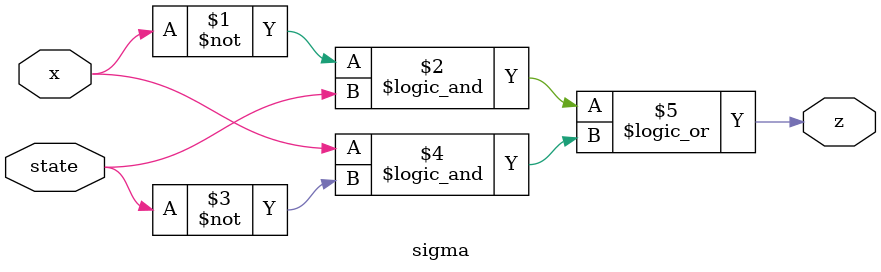
<source format=sv>
module sigma(output z, input x, input state);

assign z = (~x && state) || (x && ~state);

endmodule
</source>
